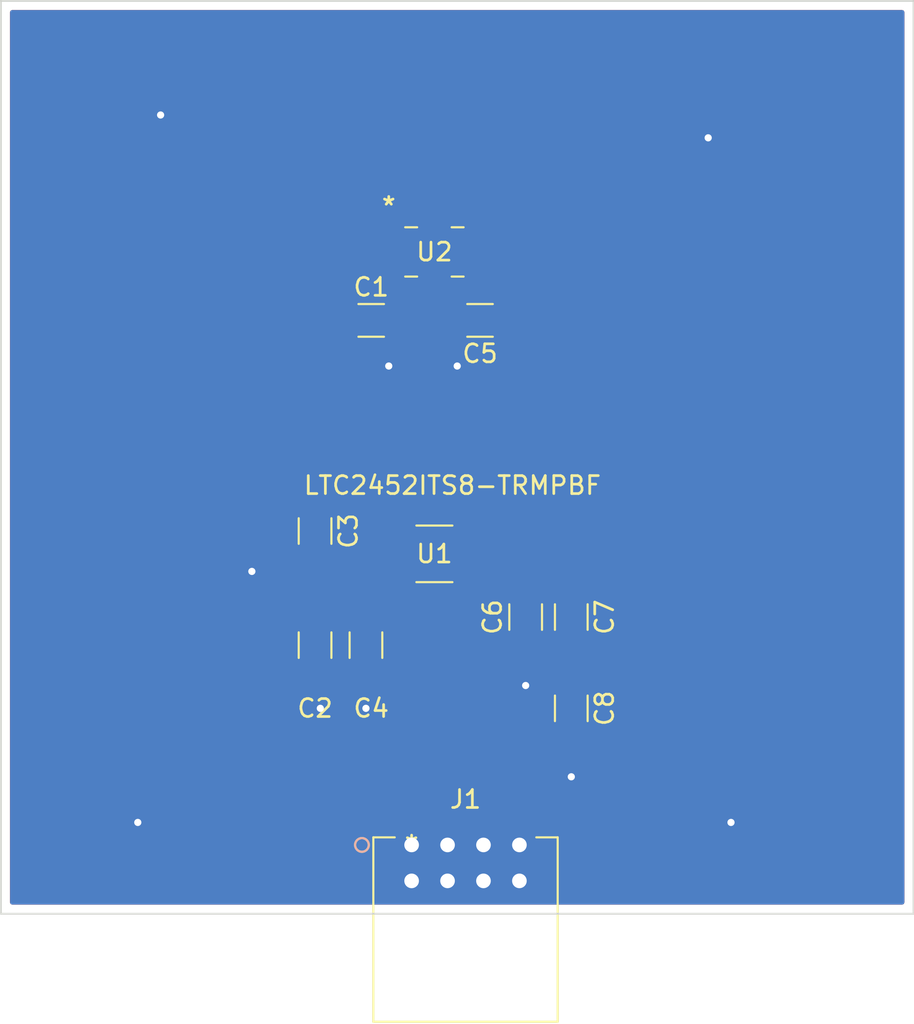
<source format=kicad_pcb>
(kicad_pcb (version 20211014) (generator pcbnew)
  (layers (0 "F.Cu" signal) (1 "In1.Cu" signal) (2 "In2.Cu" signal) (31 "B.Cu" signal) (34 "B.Paste" user) (35 "F.Paste" user) (36 "B.SilkS" user "B.Silkscreen") (37 "F.SilkS" user "F.Silkscreen") (38 "B.Mask" user) (39 "F.Mask" user) (44 "Edge.Cuts" user))
  (net 0 "")
  (net 1 "VDDA")
  (net 2 "GNDREF")
  (net 3 "+3V3")
  (net 4 "VDD")
  (net 5 "/Inertia Measurement Unit & ADC/sense_+")
  (net 6 "/Inertia Measurement Unit & ADC/sense_-")
  (net 10 "/Inertia Measurement Unit & ADC/INT1")
  (net 11 "/Inertia Measurement Unit & ADC/INT2")
  (net 14 "/Inertia Measurement Unit & ADC/CSB")
  (net 15 "/Inertia Measurement Unit & ADC/SCK")
  (net 16 "/Inertia Measurement Unit & ADC/SDA")
  (net 17 "/Inertia Measurement Unit & ADC/~{CS}")
  (net 18 "/Inertia Measurement Unit & ADC/SDO")
  (footprint "DF11-8POS:DF11-8DP-2DS52" (layer "F.Cu") (at 137.162001 110.4724 180)
    (fp_text reference "J1" (at -2.999999 2.54) (layer "F.SilkS"))
    (fp_text value "DF11-8DP-2DS52" hide)
    (fp_text user "*" (at 0 0) (layer "F.SilkS"))
    (fp_circle (center 2.765801 0) (end 3.146801 0) (layer "B.SilkS") (width 0.12) (fill none))
    (fp_line (start -8.130799 -9.8392) (end -8.130799 0.4224) (layer "F.SilkS") (width 0.12))
    (fp_line (start 0.940763 0.4224) (end 2.130801 0.4224) (layer "F.SilkS") (width 0.12))
    (fp_line (start -8.130799 0.4224) (end -6.940761 0.4224) (layer "F.SilkS") (width 0.12))
    (fp_line (start 2.130801 -9.8392) (end -8.130799 -9.8392) (layer "F.SilkS") (width 0.12))
    (fp_line (start 2.130801 0.4224) (end 2.130801 -9.8392) (layer "F.SilkS") (width 0.12))
    (fp_circle (center 2.765801 0) (end 3.146801 0) (layer "F.SilkS") (width 0.12) (fill none))
    (pad "1" thru_hole circle (at 0 0.000001 180) (size 1.397 1.397) (drill 0.8128) (layers *.Cu *.Mask) (net 16 "/Inertia Measurement Unit & ADC/SDA"))
    (pad "2" thru_hole circle (at 0 -2.000001 180) (size 1.397 1.397) (drill 0.8128) (layers *.Cu *.Mask) (net 15 "/Inertia Measurement Unit & ADC/SCK"))
    (pad "3" thru_hole circle (at -1.999999 0.000001 180) (size 1.397 1.397) (drill 0.8128) (layers *.Cu *.Mask) (net 14 "/Inertia Measurement Unit & ADC/CSB"))
    (pad "4" thru_hole circle (at -1.999999 -2.000001 180) (size 1.397 1.397) (drill 0.8128) (layers *.Cu *.Mask) (net 18 "/Inertia Measurement Unit & ADC/SDO"))
    (pad "5" thru_hole circle (at -4 0.000001 180) (size 1.397 1.397) (drill 0.8128) (layers *.Cu *.Mask) (net 17 "/Inertia Measurement Unit & ADC/~{CS}"))
    (pad "6" thru_hole circle (at -4 -2.000001 180) (size 1.397 1.397) (drill 0.8128) (layers *.Cu *.Mask) (net 10 "/Inertia Measurement Unit & ADC/INT1"))
    (pad "7" thru_hole circle (at -5.999998 0.000001 180) (size 1.397 1.397) (drill 0.8128) (layers *.Cu *.Mask) (net 11 "/Inertia Measurement Unit & ADC/INT2"))
    (pad "8" thru_hole circle (at -5.999998 -2.000001 180) (size 1.397 1.397) (drill 0.8128) (layers *.Cu *.Mask) (net 2 "GNDREF"))
  )
  (footprint "Capacitor_SMD:C_1206_3216Metric_Pad1.33x1.80mm_HandSolder" (layer "F.Cu") (at 143.51 97.79 90)
    (fp_text reference "C6" (at 0 -1.85 90) (layer "F.SilkS"))
    (fp_text value "0.1uF" hide)
    (fp_line (start -0.711252 -0.91) (end 0.711252 -0.91) (layer "F.SilkS") (width 0.12))
    (fp_line (start -0.711252 0.91) (end 0.711252 0.91) (layer "F.SilkS") (width 0.12))
    (pad "1" smd roundrect (at -1.5625 0 90) (size 1.325 1.8) (layers "F.Cu" "F.Paste" "F.Mask") (roundrect_rratio 0.188679) (net 2 "GNDREF"))
    (pad "2" smd roundrect (at 1.5625 0 90) (size 1.325 1.8) (layers "F.Cu" "F.Paste" "F.Mask") (roundrect_rratio 0.188679) (net 5 "/Inertia Measurement Unit & ADC/sense_+"))
  )
  (footprint "BMI160:BMI160" (layer "F.Cu") (at 138.43 77.47)
    (fp_text reference "U2" (at 0 0) (layer "F.SilkS"))
    (fp_text value "BMI160" hide)
    (fp_text user "*" (at -2.54 -2.54) (layer "F.SilkS"))
    (fp_line (start 0.959344 1.3716) (end 1.6256 1.3716) (layer "F.SilkS") (width 0.12))
    (fp_line (start -0.959344 -1.3716) (end -1.6256 -1.3716) (layer "F.SilkS") (width 0.12))
    (fp_line (start -1.6256 1.3716) (end -0.959344 1.3716) (layer "F.SilkS") (width 0.12))
    (fp_line (start 1.6256 -1.3716) (end 0.959344 -1.3716) (layer "F.SilkS") (width 0.12))
    (pad "1" smd rect (at -1.262499 -0.750001) (size 0.6858 0.254) (layers "F.Cu" "F.Paste" "F.Mask"))
    (pad "2" smd rect (at -1.262499 -0.25) (size 0.6858 0.254) (layers "F.Cu" "F.Paste" "F.Mask"))
    (pad "3" smd rect (at -1.262499 0.25) (size 0.6858 0.254) (layers "F.Cu" "F.Paste" "F.Mask"))
    (pad "4" smd rect (at -1.262499 0.750001) (size 0.6858 0.254) (layers "F.Cu" "F.Paste" "F.Mask") (net 10 "/Inertia Measurement Unit & ADC/INT1"))
    (pad "5" smd rect (at -0.499999 1.0125 90) (size 0.6858 0.254) (layers "F.Cu" "F.Paste" "F.Mask") (net 1 "VDDA"))
    (pad "6" smd rect (at 0 1.0125 90) (size 0.6858 0.254) (layers "F.Cu" "F.Paste" "F.Mask") (net 2 "GNDREF"))
    (pad "7" smd rect (at 0.499999 1.0125 90) (size 0.6858 0.254) (layers "F.Cu" "F.Paste" "F.Mask") (net 2 "GNDREF"))
    (pad "8" smd rect (at 1.262499 0.750001) (size 0.6858 0.254) (layers "F.Cu" "F.Paste" "F.Mask") (net 4 "VDD"))
    (pad "9" smd rect (at 1.262499 0.25) (size 0.6858 0.254) (layers "F.Cu" "F.Paste" "F.Mask") (net 11 "/Inertia Measurement Unit & ADC/INT2"))
    (pad "10" smd rect (at 1.262499 -0.25) (size 0.6858 0.254) (layers "F.Cu" "F.Paste" "F.Mask"))
    (pad "11" smd rect (at 1.262499 -0.750001) (size 0.6858 0.254) (layers "F.Cu" "F.Paste" "F.Mask"))
    (pad "12" smd rect (at 0.499999 -1.0125 90) (size 0.6858 0.254) (layers "F.Cu" "F.Paste" "F.Mask") (net 14 "/Inertia Measurement Unit & ADC/CSB"))
    (pad "13" smd rect (at 0 -1.0125 90) (size 0.6858 0.254) (layers "F.Cu" "F.Paste" "F.Mask") (net 15 "/Inertia Measurement Unit & ADC/SCK"))
    (pad "14" smd rect (at -0.499999 -1.0125 90) (size 0.6858 0.254) (layers "F.Cu" "F.Paste" "F.Mask") (net 16 "/Inertia Measurement Unit & ADC/SDA"))
  )
  (footprint "Capacitor_SMD:C_1206_3216Metric_Pad1.33x1.80mm_HandSolder" (layer "F.Cu") (at 134.62 99.3525 -90)
    (fp_text reference "C4" (at 3.5175 -0.2925) (layer "F.SilkS"))
    (fp_text value "0.1uF" hide)
    (fp_line (start -0.711252 -0.91) (end 0.711252 -0.91) (layer "F.SilkS") (width 0.12))
    (fp_line (start -0.711252 0.91) (end 0.711252 0.91) (layer "F.SilkS") (width 0.12))
    (pad "1" smd roundrect (at -1.5625 0 270) (size 1.325 1.8) (layers "F.Cu" "F.Paste" "F.Mask") (roundrect_rratio 0.188679) (net 3 "+3V3"))
    (pad "2" smd roundrect (at 1.5625 0 270) (size 1.325 1.8) (layers "F.Cu" "F.Paste" "F.Mask") (roundrect_rratio 0.188679) (net 2 "GNDREF"))
  )
  (footprint "Capacitor_SMD:C_1206_3216Metric_Pad1.33x1.80mm_HandSolder" (layer "F.Cu") (at 131.7875 99.3525 -90)
    (fp_text reference "C2" (at 3.5175 0 180) (layer "F.SilkS"))
    (fp_text value "10uF" hide)
    (fp_line (start -0.711252 0.91) (end 0.711252 0.91) (layer "F.SilkS") (width 0.12))
    (fp_line (start -0.711252 -0.91) (end 0.711252 -0.91) (layer "F.SilkS") (width 0.12))
    (pad "1" smd roundrect (at -1.5625 0 270) (size 1.325 1.8) (layers "F.Cu" "F.Paste" "F.Mask") (roundrect_rratio 0.188679) (net 3 "+3V3"))
    (pad "2" smd roundrect (at 1.5625 0 270) (size 1.325 1.8) (layers "F.Cu" "F.Paste" "F.Mask") (roundrect_rratio 0.188679) (net 2 "GNDREF"))
  )
  (footprint "Capacitor_SMD:C_1206_3216Metric_Pad1.33x1.80mm_HandSolder" (layer "F.Cu") (at 131.7875 93.0025 -90)
    (fp_text reference "C3" (at 0 -1.85 90) (layer "F.SilkS"))
    (fp_text value "0.1uF" hide)
    (fp_line (start -0.711252 0.91) (end 0.711252 0.91) (layer "F.SilkS") (width 0.12))
    (fp_line (start -0.711252 -0.91) (end 0.711252 -0.91) (layer "F.SilkS") (width 0.12))
    (pad "1" smd roundrect (at -1.5625 0 270) (size 1.325 1.8) (layers "F.Cu" "F.Paste" "F.Mask") (roundrect_rratio 0.188679) (net 3 "+3V3"))
    (pad "2" smd roundrect (at 1.5625 0 270) (size 1.325 1.8) (layers "F.Cu" "F.Paste" "F.Mask") (roundrect_rratio 0.188679) (net 2 "GNDREF"))
  )
  (footprint "LTC2452:LTC2452ITS8-TRMPBF" (layer "F.Cu") (at 138.43 94.2725)
    (fp_text reference "U1" (at 0 0) (layer "F.SilkS"))
    (fp_text value "LTC2452ITS8-TRMPBF" (at 1.0033 -3.81) (layer "F.SilkS"))
    (fp_line (start -1.0033 1.5748) (end 1.0033 1.5748) (layer "F.SilkS") (width 0.12))
    (fp_line (start 1.0033 -1.5748) (end -1.0033 -1.5748) (layer "F.SilkS") (width 0.12))
    (pad "1" smd rect (at -1.311651 -0.974999) (size 0.870699 0.4056) (layers "F.Cu" "F.Paste" "F.Mask") (net 15 "/Inertia Measurement Unit & ADC/SCK"))
    (pad "2" smd rect (at -1.311651 -0.325001) (size 0.870699 0.4056) (layers "F.Cu" "F.Paste" "F.Mask") (net 2 "GNDREF"))
    (pad "3" smd rect (at -1.311651 0.325001) (size 0.870699 0.4056) (layers "F.Cu" "F.Paste" "F.Mask") (net 3 "+3V3"))
    (pad "4" smd rect (at -1.311651 0.974999) (size 0.870699 0.4056) (layers "F.Cu" "F.Paste" "F.Mask") (net 3 "+3V3"))
    (pad "5" smd rect (at 1.311651 0.974999) (size 0.870699 0.4056) (layers "F.Cu" "F.Paste" "F.Mask") (net 5 "/Inertia Measurement Unit & ADC/sense_+"))
    (pad "6" smd rect (at 1.311651 0.325001) (size 0.870699 0.4056) (layers "F.Cu" "F.Paste" "F.Mask") (net 17 "/Inertia Measurement Unit & ADC/~{CS}"))
    (pad "7" smd rect (at 1.311651 -0.325001) (size 0.870699 0.4056) (layers "F.Cu" "F.Paste" "F.Mask") (net 18 "/Inertia Measurement Unit & ADC/SDO"))
    (pad "8" smd rect (at 1.311651 -0.974999) (size 0.870699 0.4056) (layers "F.Cu" "F.Paste" "F.Mask") (net 2 "GNDREF"))
  )
  (footprint "Capacitor_SMD:C_1206_3216Metric_Pad1.33x1.80mm_HandSolder" (layer "F.Cu") (at 140.97 81.28 180)
    (fp_text reference "C5" (at 0 -1.85) (layer "F.SilkS"))
    (fp_text value "100nF" hide)
    (fp_line (start -0.711252 0.91) (end 0.711252 0.91) (layer "F.SilkS") (width 0.12))
    (fp_line (start -0.711252 -0.91) (end 0.711252 -0.91) (layer "F.SilkS") (width 0.12))
    (pad "1" smd roundrect (at -1.5625 0 180) (size 1.325 1.8) (layers "F.Cu" "F.Paste" "F.Mask") (roundrect_rratio 0.188679) (net 4 "VDD"))
    (pad "2" smd roundrect (at 1.5625 0 180) (size 1.325 1.8) (layers "F.Cu" "F.Paste" "F.Mask") (roundrect_rratio 0.188679) (net 2 "GNDREF"))
  )
  (footprint "Capacitor_SMD:C_1206_3216Metric_Pad1.33x1.80mm_HandSolder" (layer "F.Cu") (at 134.9125 81.28)
    (fp_text reference "C1" (at 0 -1.85) (layer "F.SilkS"))
    (fp_text value "100nF" hide)
    (fp_line (start -0.711252 -0.91) (end 0.711252 -0.91) (layer "F.SilkS") (width 0.12))
    (fp_line (start -0.711252 0.91) (end 0.711252 0.91) (layer "F.SilkS") (width 0.12))
    (pad "1" smd roundrect (at -1.5625 0) (size 1.325 1.8) (layers "F.Cu" "F.Paste" "F.Mask") (roundrect_rratio 0.188679) (net 1 "VDDA"))
    (pad "2" smd roundrect (at 1.5625 0) (size 1.325 1.8) (layers "F.Cu" "F.Paste" "F.Mask") (roundrect_rratio 0.188679) (net 2 "GNDREF"))
  )
  (footprint "Capacitor_SMD:C_1206_3216Metric_Pad1.33x1.80mm_HandSolder" (layer "F.Cu") (at 146.05 102.87 -90)
    (fp_text reference "C8" (at 0 -1.85 90) (layer "F.SilkS"))
    (fp_text value "0.1uF" hide)
    (fp_line (start -0.711252 -0.91) (end 0.711252 -0.91) (layer "F.SilkS") (width 0.12))
    (fp_line (start -0.711252 0.91) (end 0.711252 0.91) (layer "F.SilkS") (width 0.12))
    (pad "1" smd roundrect (at -1.5625 0 270) (size 1.325 1.8) (layers "F.Cu" "F.Paste" "F.Mask") (roundrect_rratio 0.188679) (net 6 "/Inertia Measurement Unit & ADC/sense_-"))
    (pad "2" smd roundrect (at 1.5625 0 270) (size 1.325 1.8) (layers "F.Cu" "F.Paste" "F.Mask") (roundrect_rratio 0.188679) (net 2 "GNDREF"))
  )
  (footprint "Capacitor_SMD:C_1206_3216Metric_Pad1.33x1.80mm_HandSolder" (layer "F.Cu") (at 146.05 97.79 -90)
    (fp_text reference "C7" (at 0 -1.85 90) (layer "F.SilkS"))
    (fp_text value "0.1uF" hide)
    (fp_line (start -0.711252 -0.91) (end 0.711252 -0.91) (layer "F.SilkS") (width 0.12))
    (fp_line (start -0.711252 0.91) (end 0.711252 0.91) (layer "F.SilkS") (width 0.12))
    (pad "1" smd roundrect (at -1.5625 0 270) (size 1.325 1.8) (layers "F.Cu" "F.Paste" "F.Mask") (roundrect_rratio 0.188679) (net 5 "/Inertia Measurement Unit & ADC/sense_+"))
    (pad "2" smd roundrect (at 1.5625 0 270) (size 1.325 1.8) (layers "F.Cu" "F.Paste" "F.Mask") (roundrect_rratio 0.188679) (net 6 "/Inertia Measurement Unit & ADC/sense_-"))
  )
  (gr_line (start 165.1 63.5) (end 165.1 114.3) (layer "Edge.Cuts") (width 0.1))
  (gr_line (start 165.1 114.3) (end 114.3 114.3) (layer "Edge.Cuts") (width 0.1))
  (gr_line (start 114.3 114.3) (end 114.3 63.5) (layer "Edge.Cuts") (width 0.1))
  (gr_line (start 114.3 63.5) (end 165.1 63.5) (layer "Edge.Cuts") (width 0.1))
  (segment (start 135.958488 78.671512) (end 137.740989 78.671512) (width 0.25) (layer "F.Cu") (net 1))
  (segment (start 137.740989 78.671512) (end 137.930001 78.4825) (width 0.25) (layer "F.Cu") (net 1))
  (segment (start 133.35 81.28) (end 135.958488 78.671512) (width 0.25) (layer "F.Cu") (net 1))
  (segment (start 136.475 81.28) (end 135.89 81.865) (width 0.25) (layer "F.Cu") (net 2))
  (segment (start 138.373803 93.98) (end 139.056302 93.297501) (width 0.25) (layer "F.Cu") (net 2))
  (segment (start 139.4075 81.28) (end 139.4075 83.5275) (width 0.25) (layer "F.Cu") (net 2))
  (segment (start 139.4075 83.5275) (end 139.7 83.82) (width 0.25) (layer "F.Cu") (net 2))
  (segment (start 131.7875 102.5775) (end 132.08 102.87) (width 0.25) (layer "F.Cu") (net 2))
  (segment (start 131.7875 94.565) (end 131.1025 95.25) (width 0.25) (layer "F.Cu") (net 2))
  (segment (start 137.16 93.98) (end 138.373803 93.98) (width 0.25) (layer "F.Cu") (net 2))
  (segment (start 131.7875 100.915) (end 131.7875 102.5775) (width 0.25) (layer "F.Cu") (net 2))
  (segment (start 143.51 99.3525) (end 143.51 101.6) (width 0.25) (layer "F.Cu") (net 2))
  (segment (start 139.056302 93.297501) (end 139.741651 93.297501) (width 0.25) (layer "F.Cu") (net 2))
  (segment (start 137.127499 93.947499) (end 137.16 93.98) (width 0.25) (layer "F.Cu") (net 2))
  (segment (start 131.1025 95.25) (end 128.27 95.25) (width 0.25) (layer "F.Cu") (net 2))
  (segment (start 135.89 81.865) (end 135.89 83.82) (width 0.25) (layer "F.Cu") (net 2))
  (segment (start 137.118349 93.947499) (end 137.127499 93.947499) (width 0.25) (layer "F.Cu") (net 2))
  (segment (start 134.62 100.915) (end 134.62 102.87) (width 0.25) (layer "F.Cu") (net 2))
  (segment (start 146.05 104.4325) (end 146.05 106.68) (width 0.25) (layer "F.Cu") (net 2))
  (via (at 132.08 102.87) (size 0.8) (drill 0.4) (layers "F.Cu" "B.Cu") (net 2))
  (via (at 154.94 109.22) (size 0.8) (drill 0.4) (layers "F.Cu" "B.Cu") (net 2))
  (via (at 123.19 69.85) (size 0.8) (drill 0.4) (layers "F.Cu" "B.Cu") (net 2))
  (via (at 143.51 101.6) (size 0.8) (drill 0.4) (layers "F.Cu" "B.Cu") (net 2))
  (via (at 128.27 95.25) (size 0.8) (drill 0.4) (layers "F.Cu" "B.Cu") (net 2))
  (via (at 153.67 71.12) (size 0.8) (drill 0.4) (layers "F.Cu" "B.Cu") (net 2))
  (via (at 139.7 83.82) (size 0.8) (drill 0.4) (layers "F.Cu" "B.Cu") (net 2))
  (via (at 146.05 106.68) (size 0.8) (drill 0.4) (layers "F.Cu" "B.Cu") (net 2))
  (via (at 121.92 109.22) (size 0.8) (drill 0.4) (layers "F.Cu" "B.Cu") (net 2))
  (via (at 134.62 102.87) (size 0.8) (drill 0.4) (layers "F.Cu" "B.Cu") (net 2))
  (via (at 135.89 83.82) (size 0.8) (drill 0.4) (layers "F.Cu" "B.Cu") (net 2))
  (segment (start 135.892501 95.247499) (end 137.118349 95.247499) (width 0.25) (layer "F.Cu") (net 3))
  (segment (start 134.62 97.79) (end 134.62 96.52) (width 0.25) (layer "F.Cu") (net 3))
  (segment (start 131.7875 91.44) (end 132.085002 91.44) (width 0.25) (layer "F.Cu") (net 3))
  (segment (start 134.62 96.52) (end 135.892501 95.247499) (width 0.25) (layer "F.Cu") (net 3))
  (segment (start 132.085002 91.44) (end 135.892501 95.247499) (width 0.25) (layer "F.Cu") (net 3))
  (segment (start 137.118349 95.247499) (end 137.118349 94.597501) (width 0.25) (layer "F.Cu") (net 3))
  (segment (start 131.7875 97.79) (end 134.62 97.79) (width 0.25) (layer "F.Cu") (net 3))
  (segment (start 142.5325 81.28) (end 142.5325 81.060002) (width 0.25) (layer "F.Cu") (net 4))
  (segment (start 142.5325 81.060002) (end 139.692499 78.220001) (width 0.25) (layer "F.Cu") (net 4))
  (segment (start 146.05 96.2275) (end 143.51 96.2275) (width 0.2) (layer "F.Cu") (net 5))
  (segment (start 143.51 96.2275) (end 140.6775 96.2275) (width 0.2) (layer "F.Cu") (net 5))
  (segment (start 140.6775 96.2275) (end 139.7 95.25) (width 0.2) (layer "F.Cu") (net 5))
  (segment (start 146.05 101.3075) (end 146.05 99.3525) (width 0.2) (layer "F.Cu") (net 6))
  (zone (net 2) (net_name "GNDREF") (layer "F.Cu") (connect_pads (clearance 0.508)) (min_thickness 0.254) (fill yes (thermal_gap 0.508) (thermal_bridge_width 0.508))
    (polygon (pts (xy 165.1 114.3) (xy 114.3 114.3) (xy 114.3 63.5) (xy 165.1 63.5)))
  )
  (zone (net 2) (net_name "GNDREF") (layer "B.Cu") (connect_pads (clearance 0.508)) (min_thickness 0.254) (fill yes (thermal_gap 0.508) (thermal_bridge_width 0.508))
    (polygon (pts (xy 165.1 114.3) (xy 114.3 114.3) (xy 114.3 63.5) (xy 165.1 63.5)))
  )
)
</source>
